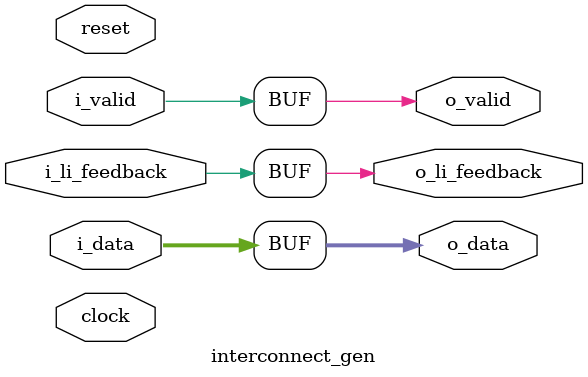
<source format=sv>
module interconnect_gen  #(
	/* Data Width:
	 * Data input/output bits */
	parameter DATA_WIDTH = 0,

	// Latency insenstive type ("non_li", "credit", "carloni" or "qsys")
	parameter INTERCONNECT_TYPE = "",

	// Number of pipline stages
	// whether it be LI Relay Stations or regular Registers.
	parameter N_STAGES = 0
)(
	input clock,
	input reset,

	/* Sender Signals */
	input signed 	[DATA_WIDTH-1:0]	i_data,
	input i_valid,
	output o_li_feedback,

	/* Receiver Signals */
	output signed 	[DATA_WIDTH-1:0]	o_data,
	output o_valid,
	input i_li_feedback
);

	genvar i;
	generate

		// No registers just a passthrough
		if(N_STAGES == 0) begin: PASSTHROUGH
			assign o_data = i_data;
			assign o_valid = i_valid;
			assign o_li_feedback = i_li_feedback;
		end

		else begin

			// Generate the pipeline
			for(i=0; i < N_STAGES; i++) begin : PIPELINE_STAGEs

				// Interconnect wires
				reg r_valid;
				reg r_li_feedback;
				reg [DATA_WIDTH-1:0] r_data;

				if (i == 0) begin: ASSIGN_INPUTS
					if (INTERCONNECT_TYPE == "carloni") begin
						pipeline_stage #(
							.DATA_WIDTH(DATA_WIDTH),
							.INTERCONNECT_TYPE(INTERCONNECT_TYPE)
						) pipeline_stage_inst (
							.clock(clock),
							.reset(reset),
							.i_data(i_data),
							.i_valid(i_valid),
							.o_li_feedback(o_li_feedback),
							.o_data(r_data),
							.o_valid(r_valid),
							.i_li_feedback(r_li_feedback)
						);
					end else begin
						pipeline_stage #(
							.DATA_WIDTH(DATA_WIDTH),
							.INTERCONNECT_TYPE(INTERCONNECT_TYPE)
						) pipeline_stage_inst (
							.clock(clock),
							.reset(reset),
							.i_data(i_data),
							.i_valid(i_valid),
							.o_li_feedback(r_li_feedback),
							.o_data(r_data),
							.o_valid(r_valid),
							.i_li_feedback(i_li_feedback)
						);
					end

				end else begin: WIRE_PIPELINE_STAGES
					if (INTERCONNECT_TYPE == "carloni") begin
						pipeline_stage #(
							.DATA_WIDTH(DATA_WIDTH),
							.INTERCONNECT_TYPE(INTERCONNECT_TYPE)
						) pipeline_stage_inst (
							.clock(clock),
							.reset(reset),
							.i_data(PIPELINE_STAGEs[i-1].r_data),
							.i_valid(PIPELINE_STAGEs[i-1].r_valid),
							.o_li_feedback(PIPELINE_STAGEs[i-1].r_li_feedback),
							.o_data(r_data),
							.o_valid(r_valid),
							.i_li_feedback(r_li_feedback)
						);
					end else begin
						pipeline_stage #(
							.DATA_WIDTH(DATA_WIDTH),
							.INTERCONNECT_TYPE(INTERCONNECT_TYPE)
						) pipeline_stage_inst (
							.clock(clock),
							.reset(reset),
							.i_data(PIPELINE_STAGEs[i-1].r_data),
							.i_valid(PIPELINE_STAGEs[i-1].r_valid),
							.o_li_feedback(r_li_feedback),
							.o_data(r_data),
							.o_valid(r_valid),
							.i_li_feedback(PIPELINE_STAGEs[i-1].r_li_feedback)
						);
					end
				end

			end

			if (INTERCONNECT_TYPE == "carloni") begin
				// Assign output
				assign o_data = PIPELINE_STAGEs[N_STAGES-1].r_data;
				assign o_valid = PIPELINE_STAGEs[N_STAGES-1].r_valid;
				assign PIPELINE_STAGEs[N_STAGES-1].r_li_feedback = i_li_feedback;
			end else begin
				// Assign output
				assign o_data = PIPELINE_STAGEs[N_STAGES-1].r_data;
				assign o_valid = PIPELINE_STAGEs[N_STAGES-1].r_valid;
				assign o_li_feedback = PIPELINE_STAGEs[N_STAGES-1].r_li_feedback;
			end

		end
	endgenerate

//	genvar i;
//	generate
//
//		// No registers just a passthrough
//		if(N_STAGES == 0) begin: PASSTHROUGH
//			assign o_data = i_data;
//			assign o_valid = i_valid;
//			assign o_li_feedback = i_li_feedback;
//		end
//
//		else begin
//
//			// Generate the pipeline
//			for(i=0; i < N_STAGES; i++) begin : PIPELINE_STAGEs
//
//				// Interconnect wires
//				reg r_valid;
//				reg r_li_feedback;
//				reg [DATA_WIDTH-1:0] r_data;
//			
//				if (i == 0) begin: ASSIGN_INPUTS
//
//					pipeline_stage #(
//						.DATA_WIDTH(DATA_WIDTH),
//						.INTERCONNECT_TYPE(INTERCONNECT_TYPE)
//					) pipeline_stage_inst (
//						.clock(clock),
//						.reset(reset),
//						.i_data(i_data),
//						.i_valid(i_valid),
//						.o_li_feedback(r_li_feedback),
//						.o_data(r_data),
//						.o_valid(r_valid),
//						.i_li_feedback(i_li_feedback)
//					);
//
//				end else begin: WIRE_PIPELINE_STAGES
//
//					pipeline_stage #(
//						.DATA_WIDTH(DATA_WIDTH),
//						.INTERCONNECT_TYPE(INTERCONNECT_TYPE)
//					) pipeline_stage_inst (
//						.clock(clock),
//						.reset(reset),
//						.i_data(PIPELINE_STAGEs[i-1].r_data),
//						.i_valid(PIPELINE_STAGEs[i-1].r_valid),
//						.o_li_feedback(r_li_feedback),
//						.o_data(r_data),
//						.o_valid(r_valid),
//						.i_li_feedback(PIPELINE_STAGEs[i-1].r_li_feedback)
//					);
//
//				end
//
//			end
//
//			// Assign output
//			assign o_data = PIPELINE_STAGEs[N_STAGES-1].r_data;
//			assign o_valid = PIPELINE_STAGEs[N_STAGES-1].r_valid;
//			assign o_li_feedback = PIPELINE_STAGEs[N_STAGES-1].r_li_feedback;
//
//		end
//	endgenerate

endmodule

</source>
